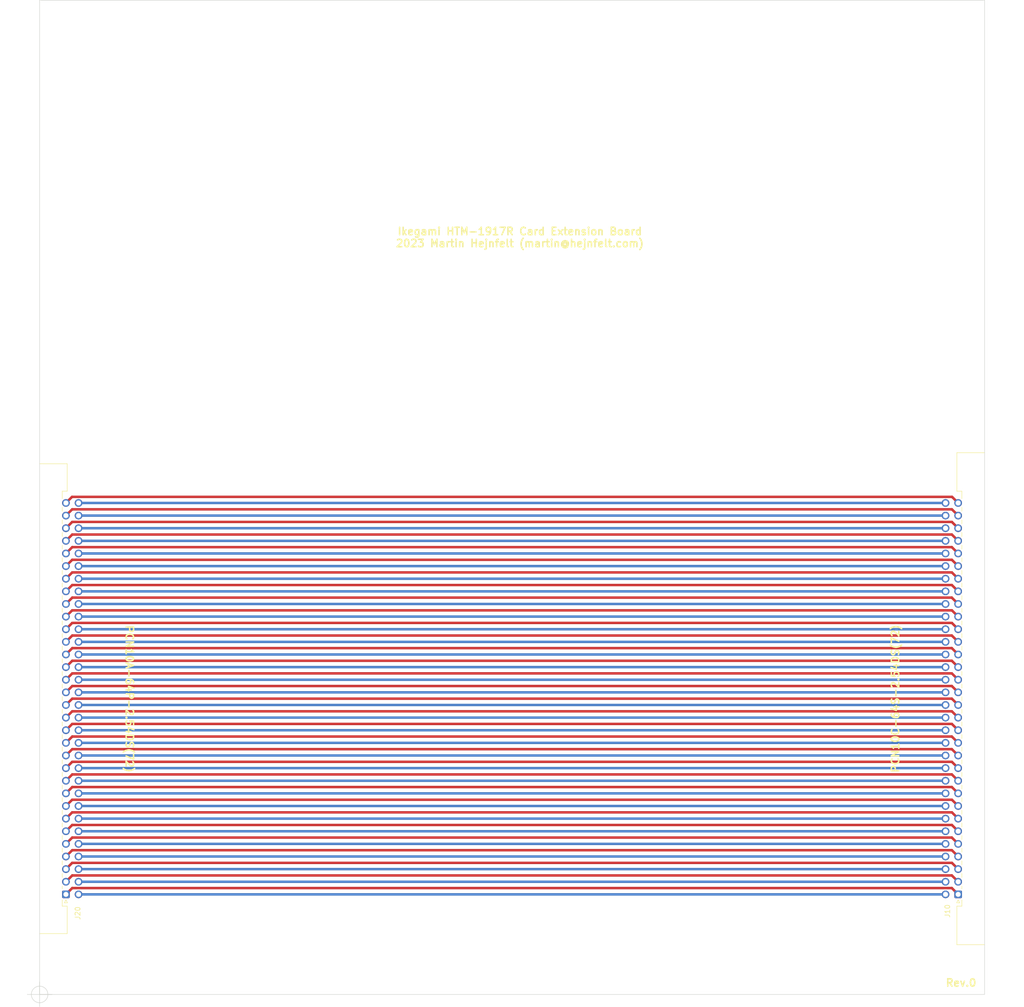
<source format=kicad_pcb>
(kicad_pcb (version 20211014) (generator pcbnew)
  (layers (0 "F.Cu" signal) (31 "B.Cu" signal) (34 "B.Paste" user) (35 "F.Paste" user) (36 "B.SilkS" user "B.Silkscreen") (37 "F.SilkS" user "F.Silkscreen") (38 "B.Mask" user) (39 "F.Mask" user) (44 "Edge.Cuts" user))
  (net 0 "")
  (net 1 "A1")
  (net 2 "A2")
  (net 3 "A3")
  (net 4 "A4")
  (net 5 "A5")
  (net 6 "A6")
  (net 7 "A7")
  (net 8 "A8")
  (net 9 "A9")
  (net 10 "A10")
  (net 11 "A11")
  (net 12 "A12")
  (net 13 "A13")
  (net 14 "A14")
  (net 15 "A15")
  (net 16 "A16")
  (net 17 "A17")
  (net 18 "A18")
  (net 19 "A19")
  (net 20 "A20")
  (net 21 "A21")
  (net 22 "A22")
  (net 23 "A23")
  (net 24 "A24")
  (net 25 "A25")
  (net 26 "A26")
  (net 27 "A27")
  (net 28 "A28")
  (net 29 "A29")
  (net 30 "A30")
  (net 31 "A31")
  (net 32 "A32")
  (net 33 "B1")
  (net 34 "B2")
  (net 35 "B3")
  (net 36 "B4")
  (net 37 "B5")
  (net 38 "B6")
  (net 39 "B7")
  (net 40 "B8")
  (net 41 "B9")
  (net 42 "B10")
  (net 43 "B11")
  (net 44 "B12")
  (net 45 "B13")
  (net 46 "B14")
  (net 47 "B15")
  (net 48 "B16")
  (net 49 "B17")
  (net 50 "B18")
  (net 51 "B19")
  (net 52 "B20")
  (net 53 "B21")
  (net 54 "B22")
  (net 55 "B23")
  (net 56 "B24")
  (net 57 "B25")
  (net 58 "B26")
  (net 59 "B27")
  (net 60 "B28")
  (net 61 "B29")
  (net 62 "B30")
  (net 63 "B31")
  (net 64 "B32")
  (footprint "PCN10C-64S-2:DIN41612_B_2x32_Male_Horizontal_THT" (layer "F.Cu") (at 257.69 232.87 -90)
    (fp_text reference "J10" (at 3.35 2.15 90) (layer "F.SilkS"))
    (fp_text value "DIN41612_02x32_AB")
    (fp_line (start -8.49 -0.74) (end -9.291 -0.74) (layer "F.SilkS") (width 0.12))
    (fp_line (start 1.095 0) (end 1.695 -0.3) (layer "F.SilkS") (width 0.12))
    (fp_line (start -23.73 -0.74) (end -24.531 -0.74) (layer "F.SilkS") (width 0.12))
    (fp_line (start -69.45 -0.74) (end -70.251 -0.74) (layer "F.SilkS") (width 0.12))
    (fp_line (start -49.13 -0.74) (end -49.931 -0.74) (layer "F.SilkS") (width 0.12))
    (fp_line (start -3.41 -0.74) (end -4.211 -0.74) (layer "F.SilkS") (width 0.12))
    (fp_line (start -64.37 -0.74) (end -65.171 -0.74) (layer "F.SilkS") (width 0.12))
    (fp_line (start -59.29 -0.74) (end -60.091 -0.74) (layer "F.SilkS") (width 0.12))
    (fp_line (start -13.57 -0.74) (end -14.371 -0.74) (layer "F.SilkS") (width 0.12))
    (fp_line (start -66.91 -0.74) (end -67.711 -0.74) (layer "F.SilkS") (width 0.12))
    (fp_line (start -33.89 -0.74) (end -34.691 -0.74) (layer "F.SilkS") (width 0.12))
    (fp_line (start -26.27 -0.74) (end -27.071 -0.74) (layer "F.SilkS") (width 0.12))
    (fp_line (start -74.53 -0.74) (end -75.331 -0.74) (layer "F.SilkS") (width 0.12))
    (fp_line (start -79.61 -0.74) (end -81.11 -0.74) (layer "F.SilkS") (width 0.12))
    (fp_line (start -31.35 -0.74) (end -32.151 -0.74) (layer "F.SilkS") (width 0.12))
    (fp_line (start -61.83 -0.74) (end -62.631 -0.74) (layer "F.SilkS") (width 0.12))
    (fp_line (start -46.59 -0.74) (end -47.391 -0.74) (layer "F.SilkS") (width 0.12))
    (fp_line (start -18.65 -0.74) (end -19.451 -0.74) (layer "F.SilkS") (width 0.12))
    (fp_line (start -5.95 -0.74) (end -6.751 -0.74) (layer "F.SilkS") (width 0.12))
    (fp_line (start -38.97 -0.74) (end -39.771 -0.74) (layer "F.SilkS") (width 0.12))
    (fp_line (start -1.095 -0.74) (end -1.671 -0.74) (layer "F.SilkS") (width 0.12))
    (fp_line (start -51.67 -0.74) (end -52.471 -0.74) (layer "F.SilkS") (width 0.12))
    (fp_line (start -36.43 -0.74) (end -37.231 -0.74) (layer "F.SilkS") (width 0.12))
    (fp_line (start -71.99 -0.74) (end -72.791 -0.74) (layer "F.SilkS") (width 0.12))
    (fp_line (start -54.21 -0.74) (end -55.011 -0.74) (layer "F.SilkS") (width 0.12))
    (fp_line (start -21.19 -0.74) (end -21.991 -0.74) (layer "F.SilkS") (width 0.12))
    (fp_line (start -56.75 -0.74) (end -57.551 -0.74) (layer "F.SilkS") (width 0.12))
    (fp_line (start -28.81 -0.74) (end -29.611 -0.74) (layer "F.SilkS") (width 0.12))
    (fp_line (start -77.07 -0.74) (end -77.871 -0.74) (layer "F.SilkS") (width 0.12))
    (fp_line (start -41.51 -0.74) (end -42.311 -0.74) (layer "F.SilkS") (width 0.12))
    (fp_line (start -11.03 -0.74) (end -11.831 -0.74) (layer "F.SilkS") (width 0.12))
    (fp_line (start -44.05 -0.74) (end -44.851 -0.74) (layer "F.SilkS") (width 0.12))
    (fp_line (start -81.11 0.26) (end -81.11 -0.74) (layer "F.SilkS") (width 0.12))
    (fp_line (start 2.371 -0.74) (end 1.095 -0.74) (layer "F.SilkS") (width 0.12))
    (fp_line (start -88.86 0.26) (end -81.11 0.26) (layer "F.SilkS") (width 0.12))
    (fp_line (start 10.12 -5.3) (end 10.12 0.26) (layer "F.SilkS") (width 0.12))
    (fp_line (start -16.11 -0.74) (end -16.911 -0.74) (layer "F.SilkS") (width 0.12))
    (fp_line (start 1.695 0.3) (end 1.095 0) (layer "F.SilkS") (width 0.12))
    (fp_line (start 10.12 0.26) (end 2.37 0.26) (layer "F.SilkS") (width 0.12))
    (fp_line (start 1.695 -0.3) (end 1.695 0.3) (layer "F.SilkS") (width 0.12))
    (fp_line (start -88.86 -5.31) (end -88.86 0.25) (layer "F.SilkS") (width 0.12))
    (fp_line (start 2.37 0.26) (end 2.37 -0.74) (layer "F.SilkS") (width 0.12))
    (pad "" np_thru_hole circle (at -86.35 -2.54 270) (size 2.85 2.85) (drill 2.85) (layers F&B.Cu *.Mask))
    (pad "" np_thru_hole circle (at 7.43 -2.54 270) (size 2.85 2.85) (drill 2.85) (layers F&B.Cu *.Mask))
    (pad "a1" thru_hole roundrect (at 0 0 270) (size 1.55 1.55) (drill 1) (layers *.Cu *.Mask) (roundrect_rratio 0.1612896774) (net 1 "A1"))
    (pad "a2" thru_hole circle (at -2.54 0 270) (size 1.55 1.55) (drill 1) (layers *.Cu *.Mask) (net 2 "A2"))
    (pad "a3" thru_hole circle (at -5.08 0 270) (size 1.55 1.55) (drill 1) (layers *.Cu *.Mask) (net 3 "A3"))
    (pad "a4" thru_hole circle (at -7.62 0 270) (size 1.55 1.55) (drill 1) (layers *.Cu *.Mask) (net 4 "A4"))
    (pad "a5" thru_hole circle (at -10.16 0 270) (size 1.55 1.55) (drill 1) (layers *.Cu *.Mask) (net 5 "A5"))
    (pad "a6" thru_hole circle (at -12.7 0 270) (size 1.55 1.55) (drill 1) (layers *.Cu *.Mask) (net 6 "A6"))
    (pad "a7" thru_hole circle (at -15.24 0 270) (size 1.55 1.55) (drill 1) (layers *.Cu *.Mask) (net 7 "A7"))
    (pad "a8" thru_hole circle (at -17.78 0 270) (size 1.55 1.55) (drill 1) (layers *.Cu *.Mask) (net 8 "A8"))
    (pad "a9" thru_hole circle (at -20.32 0 270) (size 1.55 1.55) (drill 1) (layers *.Cu *.Mask) (net 9 "A9"))
    (pad "a10" thru_hole circle (at -22.86 0 270) (size 1.55 1.55) (drill 1) (layers *.Cu *.Mask) (net 10 "A10"))
    (pad "a11" thru_hole circle (at -25.4 0 270) (size 1.55 1.55) (drill 1) (layers *.Cu *.Mask) (net 11 "A11"))
    (pad "a12" thru_hole circle (at -27.94 0 270) (size 1.55 1.55) (drill 1) (layers *.Cu *.Mask) (net 12 "A12"))
    (pad "a13" thru_hole circle (at -30.48 0 270) (size 1.55 1.55) (drill 1) (layers *.Cu *.Mask) (net 13 "A13"))
    (pad "a14" thru_hole circle (at -33.02 0 270) (size 1.55 1.55) (drill 1) (layers *.Cu *.Mask) (net 14 "A14"))
    (pad "a15" thru_hole circle (at -35.56 0 270) (size 1.55 1.55) (drill 1) (layers *.Cu *.Mask) (net 15 "A15"))
    (pad "a16" thru_hole circle (at -38.1 0 270) (size 1.55 1.55) (drill 1) (layers *.Cu *.Mask) (net 16 "A16"))
    (pad "a17" thru_hole circle (at -40.64 0 270) (size 1.55 1.55) (drill 1) (layers *.Cu *.Mask) (net 17 "A17"))
    (pad "a18" thru_hole circle (at -43.18 0 270) (size 1.55 1.55) (drill 1) (layers *.Cu *.Mask) (net 18 "A18"))
    (pad "a19" thru_hole circle (at -45.72 0 270) (size 1.55 1.55) (drill 1) (layers *.Cu *.Mask) (net 19 "A19"))
    (pad "a20" thru_hole circle (at -48.26 0 270) (size 1.55 1.55) (drill 1) (layers *.Cu *.Mask) (net 20 "A20"))
    (pad "a21" thru_hole circle (at -50.8 0 270) (size 1.55 1.55) (drill 1) (layers *.Cu *.Mask) (net 21 "A21"))
    (pad "a22" thru_hole circle (at -53.34 0 270) (size 1.55 1.55) (drill 1) (layers *.Cu *.Mask) (net 22 "A22"))
    (pad "a23" thru_hole circle (at -55.88 0 270) (size 1.55 1.55) (drill 1) (layers *.Cu *.Mask) (net 23 "A23"))
    (pad "a24" thru_hole circle (at -58.42 0 270) (size 1.55 1.55) (drill 1) (layers *.Cu *.Mask) (net 24 "A24"))
    (pad "a25" thru_hole circle (at -60.96 0 270) (size 1.55 1.55) (drill 1) (layers *.Cu *.Mask) (net 25 "A25"))
    (pad "a26" thru_hole circle (at -63.5 0 270) (size 1.55 1.55) (drill 1) (layers *.Cu *.Mask) (net 26 "A26"))
    (pad "a27" thru_hole circle (at -66.04 0 270) (size 1.55 1.55) (drill 1) (layers *.Cu *.Mask) (net 27 "A27"))
    (pad "a28" thru_hole circle (at -68.58 0 270) (size 1.55 1.55) (drill 1) (layers *.Cu *.Mask) (net 28 "A28"))
    (pad "a29" thru_hole circle (at -71.12 0 270) (size 1.55 1.55) (drill 1) (layers *.Cu *.Mask) (net 29 "A29"))
    (pad "a30" thru_hole circle (at -73.66 0 270) (size 1.55 1.55) (drill 1) (layers *.Cu *.Mask) (net 30 "A30"))
    (pad "a31" thru_hole circle (at -76.2 0 270) (size 1.55 1.55) (drill 1) (layers *.Cu *.Mask) (net 31 "A31"))
    (pad "a32" thru_hole circle (at -78.74 0 270) (size 1.55 1.55) (drill 1) (layers *.Cu *.Mask) (net 32 "A32"))
    (pad "b1" thru_hole circle (at 0 2.54 270) (size 1.55 1.55) (drill 1) (layers *.Cu *.Mask) (net 33 "B1"))
    (pad "b2" thru_hole circle (at -2.54 2.54 270) (size 1.55 1.55) (drill 1) (layers *.Cu *.Mask) (net 34 "B2"))
    (pad "b3" thru_hole circle (at -5.08 2.54 270) (size 1.55 1.55) (drill 1) (layers *.Cu *.Mask) (net 35 "B3"))
    (pad "b4" thru_hole circle (at -7.62 2.54 270) (size 1.55 1.55) (drill 1) (layers *.Cu *.Mask) (net 36 "B4"))
    (pad "b5" thru_hole circle (at -10.16 2.54 270) (size 1.55 1.55) (drill 1) (layers *.Cu *.Mask) (net 37 "B5"))
    (pad "b6" thru_hole circle (at -12.7 2.54 270) (size 1.55 1.55) (drill 1) (layers *.Cu *.Mask) (net 38 "B6"))
    (pad "b7" thru_hole circle (at -15.24 2.54 270) (size 1.55 1.55) (drill 1) (layers *.Cu *.Mask) (net 39 "B7"))
    (pad "b8" thru_hole circle (at -17.78 2.54 270) (size 1.55 1.55) (drill 1) (layers *.Cu *.Mask) (net 40 "B8"))
    (pad "b9" thru_hole circle (at -20.32 2.54 270) (size 1.55 1.55) (drill 1) (layers *.Cu *.Mask) (net 41 "B9"))
    (pad "b10" thru_hole circle (at -22.86 2.54 270) (size 1.55 1.55) (drill 1) (layers *.Cu *.Mask) (net 42 "B10"))
    (pad "b11" thru_hole circle (at -25.4 2.54 270) (size 1.55 1.55) (drill 1) (layers *.Cu *.Mask) (net 43 "B11"))
    (pad "b12" thru_hole circle (at -27.94 2.54 270) (size 1.55 1.55) (drill 1) (layers *.Cu *.Mask) (net 44 "B12"))
    (pad "b13" thru_hole circle (at -30.48 2.54 270) (size 1.55 1.55) (drill 1) (layers *.Cu *.Mask) (net 45 "B13"))
    (pad "b14" thru_hole circle (at -33.02 2.54 270) (size 1.55 1.55) (drill 1) (layers *.Cu *.Mask) (net 46 "B14"))
    (pad "b15" thru_hole circle (at -35.56 2.54 270) (size 1.55 1.55) (drill 1) (layers *.Cu *.Mask) (net 47 "B15"))
    (pad "b16" thru_hole circle (at -38.1 2.54 270) (size 1.55 1.55) (drill 1) (layers *.Cu *.Mask) (net 48 "B16"))
    (pad "b17" thru_hole circle (at -40.64 2.54 270) (size 1.55 1.55) (drill 1) (layers *.Cu *.Mask) (net 49 "B17"))
    (pad "b18" thru_hole circle (at -43.18 2.54 270) (size 1.55 1.55) (drill 1) (layers *.Cu *.Mask) (net 50 "B18"))
    (pad "b19" thru_hole circle (at -45.72 2.54 270) (size 1.55 1.55) (drill 1) (layers *.Cu *.Mask) (net 51 "B19"))
    (pad "b20" thru_hole circle (at -48.26 2.54 270) (size 1.55 1.55) (drill 1) (layers *.Cu *.Mask) (net 52 "B20"))
    (pad "b21" thru_hole circle (at -50.8 2.54 270) (size 1.55 1.55) (drill 1) (layers *.Cu *.Mask) (net 53 "B21"))
    (pad "b22" thru_hole circle (at -53.34 2.54 270) (size 1.55 1.55) (drill 1) (layers *.Cu *.Mask) (net 54 "B22"))
    (pad "b23" thru_hole circle (at -55.88 2.54 270) (size 1.55 1.55) (drill 1) (layers *.Cu *.Mask) (net 55 "B23"))
    (pad "b24" thru_hole circle (at -58.42 2.54 270) (size 1.55 1.55) (drill 1) (layers *.Cu *.Mask) (net 56 "B24"))
    (pad "b25" thru_hole circle (at -60.96 2.54 270) (size 1.55 1.55) (drill 1) (layers *.Cu *.Mask) (net 57 "B25"))
    (pad "b26" thru_hole circle (at -63.5 2.54 270) (size 1.55 1.55) (drill 1) (layers *.Cu *.Mask) (net 58 "B26"))
    (pad "b27" thru_hole circle (at -66.04 2.54 270) (size 1.55 1.55) (drill 1) (layers *.Cu *.Mask) (net 59 "B27"))
    (pad "b28" thru_hole circle (at -68.58 2.54 270) (size 1.55 1.55) (drill 1) (layers *.Cu *.Mask) (net 60 "B28"))
    (pad "b29" thru_hole circle (at -71.12 2.54 270) (size 1.55 1.55) (drill 1) (layers *.Cu *.Mask) (net 61 "B29"))
    (pad "b30" thru_hole circle (at -73.66 2.54 270) (size 1.55 1.55) (drill 1) (layers *.Cu *.Mask) (net 62 "B30"))
    (pad "b31" thru_hole circle (at -76.2 2.54 270) (size 1.55 1.55) (drill 1) (layers *.Cu *.Mask) (net 63 "B31"))
    (pad "b32" thru_hole circle (at -78.74 2.54 270) (size 1.55 1.55) (drill 1) (layers *.Cu *.Mask) (net 64 "B32"))
  )
  (footprint "Connector_DIN:DIN41612_B_2x32_Male_Horizontal_THT" (layer "F.Cu") (at 78.29 232.87 90)
    (fp_text reference "J20" (at -3.78 2.38 90) (layer "F.SilkS"))
    (fp_text value "DIN41612_02x32_AB")
    (fp_line (start 3.41 -0.74) (end 4.211 -0.74) (layer "F.SilkS") (width 0.12))
    (fp_line (start 16.11 -0.74) (end 16.911 -0.74) (layer "F.SilkS") (width 0.12))
    (fp_line (start 64.37 -0.74) (end 65.171 -0.74) (layer "F.SilkS") (width 0.12))
    (fp_line (start -1.695 0.3) (end -1.095 0) (layer "F.SilkS") (width 0.12))
    (fp_line (start 33.89 -0.74) (end 34.691 -0.74) (layer "F.SilkS") (width 0.12))
    (fp_line (start 74.53 -0.74) (end 75.331 -0.74) (layer "F.SilkS") (width 0.12))
    (fp_line (start 41.51 -0.74) (end 42.311 -0.74) (layer "F.SilkS") (width 0.12))
    (fp_line (start 69.45 -0.74) (end 70.251 -0.74) (layer "F.SilkS") (width 0.12))
    (fp_line (start 38.97 -0.74) (end 39.771 -0.74) (layer "F.SilkS") (width 0.12))
    (fp_line (start 66.91 -0.74) (end 67.711 -0.74) (layer "F.SilkS") (width 0.12))
    (fp_line (start 59.29 -0.74) (end 60.091 -0.74) (layer "F.SilkS") (width 0.12))
    (fp_line (start 86.63 0.26) (end 81.11 0.26) (layer "F.SilkS") (width 0.12))
    (fp_line (start 23.73 -0.74) (end 24.531 -0.74) (layer "F.SilkS") (width 0.12))
    (fp_line (start 71.99 -0.74) (end 72.791 -0.74) (layer "F.SilkS") (width 0.12))
    (fp_line (start -2.37 0.26) (end -2.37 -0.74) (layer "F.SilkS") (width 0.12))
    (fp_line (start 11.03 -0.74) (end 11.831 -0.74) (layer "F.SilkS") (width 0.12))
    (fp_line (start 26.27 -0.74) (end 27.071 -0.74) (layer "F.SilkS") (width 0.12))
    (fp_line (start 79.61 -0.74) (end 81.11 -0.74) (layer "F.SilkS") (width 0.12))
    (fp_line (start 86.63 -5.3) (end 86.63 0.26) (layer "F.SilkS") (width 0.12))
    (fp_line (start 36.43 -0.74) (end 37.231 -0.74) (layer "F.SilkS") (width 0.12))
    (fp_line (start 44.05 -0.74) (end 44.851 -0.74) (layer "F.SilkS") (width 0.12))
    (fp_line (start 81.11 0.26) (end 81.11 -0.74) (layer "F.SilkS") (width 0.12))
    (fp_line (start 77.07 -0.74) (end 77.871 -0.74) (layer "F.SilkS") (width 0.12))
    (fp_line (start -7.89 -5.3) (end -7.89 0.26) (layer "F.SilkS") (width 0.12))
    (fp_line (start 1.095 -0.74) (end 1.671 -0.74) (layer "F.SilkS") (width 0.12))
    (fp_line (start 49.13 -0.74) (end 49.931 -0.74) (layer "F.SilkS") (width 0.12))
    (fp_line (start 5.95 -0.74) (end 6.751 -0.74) (layer "F.SilkS") (width 0.12))
    (fp_line (start 51.67 -0.74) (end 52.471 -0.74) (layer "F.SilkS") (width 0.12))
    (fp_line (start -2.371 -0.74) (end -1.095 -0.74) (layer "F.SilkS") (width 0.12))
    (fp_line (start 28.81 -0.74) (end 29.611 -0.74) (layer "F.SilkS") (width 0.12))
    (fp_line (start 18.65 -0.74) (end 19.451 -0.74) (layer "F.SilkS") (width 0.12))
    (fp_line (start 54.21 -0.74) (end 55.011 -0.74) (layer "F.SilkS") (width 0.12))
    (fp_line (start -7.89 0.26) (end -2.37 0.26) (layer "F.SilkS") (width 0.12))
    (fp_line (start 8.49 -0.74) (end 9.291 -0.74) (layer "F.SilkS") (width 0.12))
    (fp_line (start 13.57 -0.74) (end 14.371 -0.74) (layer "F.SilkS") (width 0.12))
    (fp_line (start 21.19 -0.74) (end 21.991 -0.74) (layer "F.SilkS") (width 0.12))
    (fp_line (start 31.35 -0.74) (end 32.151 -0.74) (layer "F.SilkS") (width 0.12))
    (fp_line (start -1.695 -0.3) (end -1.695 0.3) (layer "F.SilkS") (width 0.12))
    (fp_line (start 56.75 -0.74) (end 57.551 -0.74) (layer "F.SilkS") (width 0.12))
    (fp_line (start -1.095 0) (end -1.695 -0.3) (layer "F.SilkS") (width 0.12))
    (fp_line (start 61.83 -0.74) (end 62.631 -0.74) (layer "F.SilkS") (width 0.12))
    (fp_line (start 46.59 -0.74) (end 47.391 -0.74) (layer "F.SilkS") (width 0.12))
    (pad "" np_thru_hole circle (at -5.08 -2.54 90) (size 2.85 2.85) (drill 2.85) (layers *.Cu *.Mask))
    (pad "" np_thru_hole circle (at 83.82 -2.54 90) (size 2.85 2.85) (drill 2.85) (layers *.Cu *.Mask))
    (pad "a1" thru_hole roundrect (at 0 0 90) (size 1.55 1.55) (drill 1) (layers *.Cu *.Mask) (roundrect_rratio 0.1612896774) (net 1 "A1"))
    (pad "a2" thru_hole circle (at 2.54 0 90) (size 1.55 1.55) (drill 1) (layers *.Cu *.Mask) (net 2 "A2"))
    (pad "a3" thru_hole circle (at 5.08 0 90) (size 1.55 1.55) (drill 1) (layers *.Cu *.Mask) (net 3 "A3"))
    (pad "a4" thru_hole circle (at 7.62 0 90) (size 1.55 1.55) (drill 1) (layers *.Cu *.Mask) (net 4 "A4"))
    (pad "a5" thru_hole circle (at 10.16 0 90) (size 1.55 1.55) (drill 1) (layers *.Cu *.Mask) (net 5 "A5"))
    (pad "a6" thru_hole circle (at 12.7 0 90) (size 1.55 1.55) (drill 1) (layers *.Cu *.Mask) (net 6 "A6"))
    (pad "a7" thru_hole circle (at 15.24 0 90) (size 1.55 1.55) (drill 1) (layers *.Cu *.Mask) (net 7 "A7"))
    (pad "a8" thru_hole circle (at 17.78 0 90) (size 1.55 1.55) (drill 1) (layers *.Cu *.Mask) (net 8 "A8"))
    (pad "a9" thru_hole circle (at 20.32 0 90) (size 1.55 1.55) (drill 1) (layers *.Cu *.Mask) (net 9 "A9"))
    (pad "a10" thru_hole circle (at 22.86 0 90) (size 1.55 1.55) (drill 1) (layers *.Cu *.Mask) (net 10 "A10"))
    (pad "a11" thru_hole circle (at 25.4 0 90) (size 1.55 1.55) (drill 1) (layers *.Cu *.Mask) (net 11 "A11"))
    (pad "a12" thru_hole circle (at 27.94 0 90) (size 1.55 1.55) (drill 1) (layers *.Cu *.Mask) (net 12 "A12"))
    (pad "a13" thru_hole circle (at 30.48 0 90) (size 1.55 1.55) (drill 1) (layers *.Cu *.Mask) (net 13 "A13"))
    (pad "a14" thru_hole circle (at 33.02 0 90) (size 1.55 1.55) (drill 1) (layers *.Cu *.Mask) (net 14 "A14"))
    (pad "a15" thru_hole circle (at 35.56 0 90) (size 1.55 1.55) (drill 1) (layers *.Cu *.Mask) (net 15 "A15"))
    (pad "a16" thru_hole circle (at 38.1 0 90) (size 1.55 1.55) (drill 1) (layers *.Cu *.Mask) (net 16 "A16"))
    (pad "a17" thru_hole circle (at 40.64 0 90) (size 1.55 1.55) (drill 1) (layers *.Cu *.Mask) (net 17 "A17"))
    (pad "a18" thru_hole circle (at 43.18 0 90) (size 1.55 1.55) (drill 1) (layers *.Cu *.Mask) (net 18 "A18"))
    (pad "a19" thru_hole circle (at 45.72 0 90) (size 1.55 1.55) (drill 1) (layers *.Cu *.Mask) (net 19 "A19"))
    (pad "a20" thru_hole circle (at 48.26 0 90) (size 1.55 1.55) (drill 1) (layers *.Cu *.Mask) (net 20 "A20"))
    (pad "a21" thru_hole circle (at 50.8 0 90) (size 1.55 1.55) (drill 1) (layers *.Cu *.Mask) (net 21 "A21"))
    (pad "a22" thru_hole circle (at 53.34 0 90) (size 1.55 1.55) (drill 1) (layers *.Cu *.Mask) (net 22 "A22"))
    (pad "a23" thru_hole circle (at 55.88 0 90) (size 1.55 1.55) (drill 1) (layers *.Cu *.Mask) (net 23 "A23"))
    (pad "a24" thru_hole circle (at 58.42 0 90) (size 1.55 1.55) (drill 1) (layers *.Cu *.Mask) (net 24 "A24"))
    (pad "a25" thru_hole circle (at 60.96 0 90) (size 1.55 1.55) (drill 1) (layers *.Cu *.Mask) (net 25 "A25"))
    (pad "a26" thru_hole circle (at 63.5 0 90) (size 1.55 1.55) (drill 1) (layers *.Cu *.Mask) (net 26 "A26"))
    (pad "a27" thru_hole circle (at 66.04 0 90) (size 1.55 1.55) (drill 1) (layers *.Cu *.Mask) (net 27 "A27"))
    (pad "a28" thru_hole circle (at 68.58 0 90) (size 1.55 1.55) (drill 1) (layers *.Cu *.Mask) (net 28 "A28"))
    (pad "a29" thru_hole circle (at 71.12 0 90) (size 1.55 1.55) (drill 1) (layers *.Cu *.Mask) (net 29 "A29"))
    (pad "a30" thru_hole circle (at 73.66 0 90) (size 1.55 1.55) (drill 1) (layers *.Cu *.Mask) (net 30 "A30"))
    (pad "a31" thru_hole circle (at 76.2 0 90) (size 1.55 1.55) (drill 1) (layers *.Cu *.Mask) (net 31 "A31"))
    (pad "a32" thru_hole circle (at 78.74 0 90) (size 1.55 1.55) (drill 1) (layers *.Cu *.Mask) (net 32 "A32"))
    (pad "b1" thru_hole circle (at 0 2.54 90) (size 1.55 1.55) (drill 1) (layers *.Cu *.Mask) (net 33 "B1"))
    (pad "b2" thru_hole circle (at 2.54 2.54 90) (size 1.55 1.55) (drill 1) (layers *.Cu *.Mask) (net 34 "B2"))
    (pad "b3" thru_hole circle (at 5.08 2.54 90) (size 1.55 1.55) (drill 1) (layers *.Cu *.Mask) (net 35 "B3"))
    (pad "b4" thru_hole circle (at 7.62 2.54 90) (size 1.55 1.55) (drill 1) (layers *.Cu *.Mask) (net 36 "B4"))
    (pad "b5" thru_hole circle (at 10.16 2.54 90) (size 1.55 1.55) (drill 1) (layers *.Cu *.Mask) (net 37 "B5"))
    (pad "b6" thru_hole circle (at 12.7 2.54 90) (size 1.55 1.55) (drill 1) (layers *.Cu *.Mask) (net 38 "B6"))
    (pad "b7" thru_hole circle (at 15.24 2.54 90) (size 1.55 1.55) (drill 1) (layers *.Cu *.Mask) (net 39 "B7"))
    (pad "b8" thru_hole circle (at 17.78 2.54 90) (size 1.55 1.55) (drill 1) (layers *.Cu *.Mask) (net 40 "B8"))
    (pad "b9" thru_hole circle (at 20.32 2.54 90) (size 1.55 1.55) (drill 1) (layers *.Cu *.Mask) (net 41 "B9"))
    (pad "b10" thru_hole circle (at 22.86 2.54 90) (size 1.55 1.55) (drill 1) (layers *.Cu *.Mask) (net 42 "B10"))
    (pad "b11" thru_hole circle (at 25.4 2.54 90) (size 1.55 1.55) (drill 1) (layers *.Cu *.Mask) (net 43 "B11"))
    (pad "b12" thru_hole circle (at 27.94 2.54 90) (size 1.55 1.55) (drill 1) (layers *.Cu *.Mask) (net 44 "B12"))
    (pad "b13" thru_hole circle (at 30.48 2.54 90) (size 1.55 1.55) (drill 1) (layers *.Cu *.Mask) (net 45 "B13"))
    (pad "b14" thru_hole circle (at 33.02 2.54 90) (size 1.55 1.55) (drill 1) (layers *.Cu *.Mask) (net 46 "B14"))
    (pad "b15" thru_hole circle (at 35.56 2.54 90) (size 1.55 1.55) (drill 1) (layers *.Cu *.Mask) (net 47 "B15"))
    (pad "b16" thru_hole circle (at 38.1 2.54 90) (size 1.55 1.55) (drill 1) (layers *.Cu *.Mask) (net 48 "B16"))
    (pad "b17" thru_hole circle (at 40.64 2.54 90) (size 1.55 1.55) (drill 1) (layers *.Cu *.Mask) (net 49 "B17"))
    (pad "b18" thru_hole circle (at 43.18 2.54 90) (size 1.55 1.55) (drill 1) (layers *.Cu *.Mask) (net 50 "B18"))
    (pad "b19" thru_hole circle (at 45.72 2.54 90) (size 1.55 1.55) (drill 1) (layers *.Cu *.Mask) (net 51 "B19"))
    (pad "b20" thru_hole circle (at 48.26 2.54 90) (size 1.55 1.55) (drill 1) (layers *.Cu *.Mask) (net 52 "B20"))
    (pad "b21" thru_hole circle (at 50.8 2.54 90) (size 1.55 1.55) (drill 1) (layers *.Cu *.Mask) (net 53 "B21"))
    (pad "b22" thru_hole circle (at 53.34 2.54 90) (size 1.55 1.55) (drill 1) (layers *.Cu *.Mask) (net 54 "B22"))
    (pad "b23" thru_hole circle (at 55.88 2.54 90) (size 1.55 1.55) (drill 1) (layers *.Cu *.Mask) (net 55 "B23"))
    (pad "b24" thru_hole circle (at 58.42 2.54 90) (size 1.55 1.55) (drill 1) (layers *.Cu *.Mask) (net 56 "B24"))
    (pad "b25" thru_hole circle (at 60.96 2.54 90) (size 1.55 1.55) (drill 1) (layers *.Cu *.Mask) (net 57 "B25"))
    (pad "b26" thru_hole circle (at 63.5 2.54 90) (size 1.55 1.55) (drill 1) (layers *.Cu *.Mask) (net 58 "B26"))
    (pad "b27" thru_hole circle (at 66.04 2.54 90) (size 1.55 1.55) (drill 1) (layers *.Cu *.Mask) (net 59 "B27"))
    (pad "b28" thru_hole circle (at 68.58 2.54 90) (size 1.55 1.55) (drill 1) (layers *.Cu *.Mask) (net 60 "B28"))
    (pad "b29" thru_hole circle (at 71.12 2.54 90) (size 1.55 1.55) (drill 1) (layers *.Cu *.Mask) (net 61 "B29"))
    (pad "b30" thru_hole circle (at 73.66 2.54 90) (size 1.55 1.55) (drill 1) (layers *.Cu *.Mask) (net 62 "B30"))
    (pad "b31" thru_hole circle (at 76.2 2.54 90) (size 1.55 1.55) (drill 1) (layers *.Cu *.Mask) (net 63 "B31"))
    (pad "b32" thru_hole circle (at 78.74 2.54 90) (size 1.55 1.55) (drill 1) (layers *.Cu *.Mask) (net 64 "B32"))
  )
  (gr_rect (start 73 53) (end 263 253) (layer "Edge.Cuts") (width 0.1) (fill none))
  (gr_text "PCN10A-64P-2.54DS(72)" (at 91.07 193.53 270) (layer "F.SilkS") (effects (font (size 1.5 1.5) (thickness 0.3))))
  (gr_text "Rev.0" (at 258.27 250.66) (layer "F.SilkS") (effects (font (size 1.5 1.5) (thickness 0.3))))
  (gr_text "PCN10C-64S-2.54DS(72)\n" (at 245.07 193.5 90) (layer "F.SilkS") (effects (font (size 1.5 1.5) (thickness 0.3))))
  (gr_text "Ikegami HTM-1917R Card Extension Board\n2023 Martin Hejnfelt (martin@hejnfelt.com)" (at 169.56 100.7) (layer "F.SilkS") (effects (font (size 1.5 1.5) (thickness 0.3))))
  (target plus (at 73 253) (size 5) (width 0.1) (layer "Edge.Cuts"))
  (segment (start 78.29 232.87) (end 79.56 231.6) (width 0.5) (layer "F.Cu") (net 1))
  (segment (start 256.42 231.6) (end 257.69 232.87) (width 0.5) (layer "F.Cu") (net 1))
  (segment (start 79.56 231.6) (end 256.42 231.6) (width 0.5) (layer "F.Cu") (net 1))
  (segment (start 256.42 229.06) (end 257.69 230.33) (width 0.5) (layer "F.Cu") (net 2))
  (segment (start 79.56 229.06) (end 256.42 229.06) (width 0.5) (layer "F.Cu") (net 2))
  (segment (start 78.29 230.33) (end 79.56 229.06) (width 0.5) (layer "F.Cu") (net 2))
  (segment (start 256.43 226.53) (end 257.69 227.79) (width 0.5) (layer "F.Cu") (net 3))
  (segment (start 78.29 227.79) (end 79.55 226.53) (width 0.5) (layer "F.Cu") (net 3))
  (segment (start 79.55 226.53) (end 256.43 226.53) (width 0.5) (layer "F.Cu") (net 3))
  (segment (start 78.29 225.25) (end 79.56 223.98) (width 0.5) (layer "F.Cu") (net 4))
  (segment (start 256.42 223.98) (end 257.69 225.25) (width 0.5) (layer "F.Cu") (net 4))
  (segment (start 79.56 223.98) (end 256.42 223.98) (width 0.5) (layer "F.Cu") (net 4))
  (segment (start 79.56 221.44) (end 256.42 221.44) (width 0.5) (layer "F.Cu") (net 5))
  (segment (start 78.29 222.71) (end 79.56 221.44) (width 0.5) (layer "F.Cu") (net 5))
  (segment (start 256.42 221.44) (end 257.69 222.71) (width 0.5) (layer "F.Cu") (net 5))
  (segment (start 256.43 218.91) (end 257.69 220.17) (width 0.5) (layer "F.Cu") (net 6))
  (segment (start 78.29 220.17) (end 79.55 218.91) (width 0.5) (layer "F.Cu") (net 6))
  (segment (start 79.55 218.91) (end 256.43 218.91) (width 0.5) (layer "F.Cu") (net 6))
  (segment (start 78.29 217.63) (end 79.55 216.37) (width 0.5) (layer "F.Cu") (net 7))
  (segment (start 79.55 216.37) (end 256.43 216.37) (width 0.5) (layer "F.Cu") (net 7))
  (segment (start 256.43 216.37) (end 257.69 217.63) (width 0.5) (layer "F.Cu") (net 7))
  (segment (start 78.29 215.09) (end 79.55 213.83) (width 0.5) (layer "F.Cu") (net 8))
  (segment (start 79.55 213.83) (end 256.43 213.83) (width 0.5) (layer "F.Cu") (net 8))
  (segment (start 256.43 213.83) (end 257.69 215.09) (width 0.5) (layer "F.Cu") (net 8))
  (segment (start 79.56 211.28) (end 256.42 211.28) (width 0.5) (layer "F.Cu") (net 9))
  (segment (start 78.29 212.55) (end 79.56 211.28) (width 0.5) (layer "F.Cu") (net 9))
  (segment (start 256.42 211.28) (end 257.69 212.55) (width 0.5) (layer "F.Cu") (net 9))
  (segment (start 79.56 208.74) (end 256.42 208.74) (width 0.5) (layer "F.Cu") (net 10))
  (segment (start 78.29 210.01) (end 79.56 208.74) (width 0.5) (layer "F.Cu") (net 10))
  (segment (start 256.42 208.74) (end 257.69 210.01) (width 0.5) (layer "F.Cu") (net 10))
  (segment (start 79.56 206.2) (end 256.42 206.2) (width 0.5) (layer "F.Cu") (net 11))
  (segment (start 256.42 206.2) (end 257.69 207.47) (width 0.5) (layer "F.Cu") (net 11))
  (segment (start 78.29 207.47) (end 79.56 206.2) (width 0.5) (layer "F.Cu") (net 11))
  (segment (start 78.29 204.93) (end 79.56 203.66) (width 0.5) (layer "F.Cu") (net 12))
  (segment (start 79.56 203.66) (end 256.42 203.66) (width 0.5) (layer "F.Cu") (net 12))
  (segment (start 256.42 203.66) (end 257.69 204.93) (width 0.5) (layer "F.Cu") (net 12))
  (segment (start 79.56 201.12) (end 256.42 201.12) (width 0.5) (layer "F.Cu") (net 13))
  (segment (start 256.42 201.12) (end 257.69 202.39) (width 0.5) (layer "F.Cu") (net 13))
  (segment (start 78.29 202.39) (end 79.56 201.12) (width 0.5) (layer "F.Cu") (net 13))
  (segment (start 79.56 198.58) (end 256.42 198.58) (width 0.5) (layer "F.Cu") (net 14))
  (segment (start 256.42 198.58) (end 257.69 199.85) (width 0.5) (layer "F.Cu") (net 14))
  (segment (start 78.29 199.85) (end 79.56 198.58) (width 0.5) (layer "F.Cu") (net 14))
  (segment (start 79.56 196.04) (end 256.42 196.04) (width 0.5) (layer "F.Cu") (net 15))
  (segment (start 78.29 197.31) (end 79.56 196.04) (width 0.5) (layer "F.Cu") (net 15))
  (segment (start 256.42 196.04) (end 257.69 197.31) (width 0.5) (layer "F.Cu") (net 15))
  (segment (start 256.42 193.5) (end 257.69 194.77) (width 0.5) (layer "F.Cu") (net 16))
  (segment (start 78.29 194.77) (end 79.56 193.5) (width 0.5) (layer "F.Cu") (net 16))
  (segment (start 79.56 193.5) (end 256.42 193.5) (width 0.5) (layer "F.Cu") (net 16))
  (segment (start 79.56 190.96) (end 256.42 190.96) (width 0.5) (layer "F.Cu") (net 17))
  (segment (start 256.42 190.96) (end 257.69 192.23) (width 0.5) (layer "F.Cu") (net 17))
  (segment (start 78.29 192.23) (end 79.56 190.96) (width 0.5) (layer "F.Cu") (net 17))
  (segment (start 256.41 188.41) (end 257.69 189.69) (width 0.5) (layer "F.Cu") (net 18))
  (segment (start 78.29 189.69) (end 79.57 188.41) (width 0.5) (layer "F.Cu") (net 18))
  (segment (start 79.57 188.41) (end 256.41 188.41) (width 0.5) (layer "F.Cu") (net 18))
  (segment (start 78.29 187.15) (end 79.57 185.87) (width 0.5) (layer "F.Cu") (net 19))
  (segment (start 79.57 185.87) (end 256.41 185.87) (width 0.5) (layer "F.Cu") (net 19))
  (segment (start 256.41 185.87) (end 257.69 187.15) (width 0.5) (layer "F.Cu") (net 19))
  (segment (start 256.41 183.33) (end 257.69 184.61) (width 0.5) (layer "F.Cu") (net 20))
  (segment (start 79.57 183.33) (end 256.41 183.33) (width 0.5) (layer "F.Cu") (net 20))
  (segment (start 78.29 184.61) (end 79.57 183.33) (width 0.5) (layer "F.Cu") (net 20))
  (segment (start 78.29 182.07) (end 79.56 180.8) (width 0.5) (layer "F.Cu") (net 21))
  (segment (start 79.56 180.8) (end 256.42 180.8) (width 0.5) (layer "F.Cu") (net 21))
  (segment (start 256.42 180.8) (end 257.69 182.07) (width 0.5) (layer "F.Cu") (net 21))
  (segment (start 256.42 178.26) (end 257.69 179.53) (width 0.5) (layer "F.Cu") (net 22))
  (segment (start 79.56 178.26) (end 256.42 178.26) (width 0.5) (layer "F.Cu") (net 22))
  (segment (start 78.29 179.53) (end 79.56 178.26) (width 0.5) (layer "F.Cu") (net 22))
  (segment (start 256.43 175.73) (end 257.69 176.99) (width 0.5) (layer "F.Cu") (net 23))
  (segment (start 78.29 176.99) (end 79.55 175.73) (width 0.5) (layer "F.Cu") (net 23))
  (segment (start 79.55 175.73) (end 256.43 175.73) (width 0.5) (layer "F.Cu") (net 23))
  (segment (start 78.29 174.45) (end 79.57 173.17) (width 0.5) (layer "F.Cu") (net 24))
  (segment (start 256.41 173.17) (end 257.69 174.45) (width 0.5) (layer "F.Cu") (net 24))
  (segment (start 79.57 173.17) (end 256.41 173.17) (width 0.5) (layer "F.Cu") (net 24))
  (segment (start 78.29 171.91) (end 79.56 170.64) (width 0.5) (layer "F.Cu") (net 25))
  (segment (start 256.42 170.64) (end 257.69 171.91) (width 0.5) (layer "F.Cu") (net 25))
  (segment (start 79.56 170.64) (end 256.42 170.64) (width 0.5) (layer "F.Cu") (net 25))
  (segment (start 79.56 168.1) (end 256.42 168.1) (width 0.5) (layer "F.Cu") (net 26))
  (segment (start 78.29 169.37) (end 79.56 168.1) (width 0.5) (layer "F.Cu") (net 26))
  (segment (start 256.42 168.1) (end 257.69 169.37) (width 0.5) (layer "F.Cu") (net 26))
  (segment (start 78.29 166.83) (end 79.56 165.56) (width 0.5) (layer "F.Cu") (net 27))
  (segment (start 256.42 165.56) (end 257.69 166.83) (width 0.5) (layer "F.Cu") (net 27))
  (segment (start 79.56 165.56) (end 256.42 165.56) (width 0.5) (layer "F.Cu") (net 27))
  (segment (start 256.42 163.02) (end 257.69 164.29) (width 0.5) (layer "F.Cu") (net 28))
  (segment (start 78.29 164.29) (end 79.56 163.02) (width 0.5) (layer "F.Cu") (net 28))
  (segment (start 79.56 163.02) (end 256.42 163.02) (width 0.5) (layer "F.Cu") (net 28))
  (segment (start 78.29 161.75) (end 79.56 160.48) (width 0.5) (layer "F.Cu") (net 29))
  (segment (start 79.56 160.48) (end 256.42 160.48) (width 0.5) (layer "F.Cu") (net 29))
  (segment (start 256.42 160.48) (end 257.69 161.75) (width 0.5) (layer "F.Cu") (net 29))
  (segment (start 256.42 157.94) (end 257.69 159.21) (width 0.5) (layer "F.Cu") (net 30))
  (segment (start 78.29 159.21) (end 79.56 157.94) (width 0.5) (layer "F.Cu") (net 30))
  (segment (start 79.56 157.94) (end 256.42 157.94) (width 0.5) (layer "F.Cu") (net 30))
  (segment (start 256.43 155.41) (end 257.69 156.67) (width 0.5) (layer "F.Cu") (net 31))
  (segment (start 79.55 155.41) (end 256.43 155.41) (width 0.5) (layer "F.Cu") (net 31))
  (segment (start 78.29 156.67) (end 79.55 155.41) (width 0.5) (layer "F.Cu") (net 31))
  (segment (start 79.52 152.9) (end 256.46 152.9) (width 0.5) (layer "F.Cu") (net 32))
  (segment (start 256.46 152.9) (end 257.69 154.13) (width 0.5) (layer "F.Cu") (net 32))
  (segment (start 78.29 154.13) (end 79.52 152.9) (width 0.5) (layer "F.Cu") (net 32))
  (segment (start 80.83 232.87) (end 255.15 232.87) (width 0.5) (layer "B.Cu") (net 33))
  (segment (start 255.15 230.33) (end 80.83 230.33) (width 0.5) (layer "B.Cu") (net 34))
  (segment (start 80.83 227.79) (end 255.15 227.79) (width 0.5) (layer "B.Cu") (net 35))
  (segment (start 255.15 225.25) (end 80.83 225.25) (width 0.5) (layer "B.Cu") (net 36))
  (segment (start 80.83 222.71) (end 255.15 222.71) (width 0.5) (layer "B.Cu") (net 37))
  (segment (start 255.15 220.17) (end 80.83 220.17) (width 0.5) (layer "B.Cu") (net 38))
  (segment (start 80.83 217.63) (end 255.15 217.63) (width 0.5) (layer "B.Cu") (net 39))
  (segment (start 80.83 215.09) (end 255.15 215.09) (width 0.5) (layer "B.Cu") (net 40))
  (segment (start 255.15 212.55) (end 80.83 212.55) (width 0.5) (layer "B.Cu") (net 41))
  (segment (start 80.83 210.01) (end 255.15 210.01) (width 0.5) (layer "B.Cu") (net 42))
  (segment (start 255.15 207.47) (end 80.83 207.47) (width 0.5) (layer "B.Cu") (net 43))
  (segment (start 80.83 204.93) (end 255.15 204.93) (width 0.5) (layer "B.Cu") (net 44))
  (segment (start 255.15 202.39) (end 80.83 202.39) (width 0.5) (layer "B.Cu") (net 45))
  (segment (start 80.83 199.85) (end 255.15 199.85) (width 0.5) (layer "B.Cu") (net 46))
  (segment (start 255.15 197.31) (end 80.83 197.31) (width 0.5) (layer "B.Cu") (net 47))
  (segment (start 80.83 194.77) (end 255.15 194.77) (width 0.5) (layer "B.Cu") (net 48))
  (segment (start 255.15 192.23) (end 80.83 192.23) (width 0.5) (layer "B.Cu") (net 49))
  (segment (start 80.83 189.69) (end 255.15 189.69) (width 0.5) (layer "B.Cu") (net 50))
  (segment (start 255.15 187.15) (end 80.83 187.15) (width 0.5) (layer "B.Cu") (net 51))
  (segment (start 80.83 184.61) (end 255.15 184.61) (width 0.5) (layer "B.Cu") (net 52))
  (segment (start 255.15 182.07) (end 80.83 182.07) (width 0.5) (layer "B.Cu") (net 53))
  (segment (start 80.83 179.53) (end 255.15 179.53) (width 0.5) (layer "B.Cu") (net 54))
  (segment (start 255.15 176.99) (end 80.83 176.99) (width 0.5) (layer "B.Cu") (net 55))
  (segment (start 80.83 174.45) (end 255.15 174.45) (width 0.5) (layer "B.Cu") (net 56))
  (segment (start 255.15 171.91) (end 80.83 171.91) (width 0.5) (layer "B.Cu") (net 57))
  (segment (start 80.83 169.37) (end 255.15 169.37) (width 0.5) (layer "B.Cu") (net 58))
  (segment (start 255.15 166.83) (end 80.83 166.83) (width 0.5) (layer "B.Cu") (net 59))
  (segment (start 80.83 164.29) (end 255.15 164.29) (width 0.5) (layer "B.Cu") (net 60))
  (segment (start 255.15 161.75) (end 80.83 161.75) (width 0.5) (layer "B.Cu") (net 61))
  (segment (start 80.83 159.21) (end 255.15 159.21) (width 0.5) (layer "B.Cu") (net 62))
  (segment (start 255.15 156.67) (end 80.83 156.67) (width 0.5) (layer "B.Cu") (net 63))
  (segment (start 80.83 154.13) (end 255.15 154.13) (width 0.5) (layer "B.Cu") (net 64))
)
</source>
